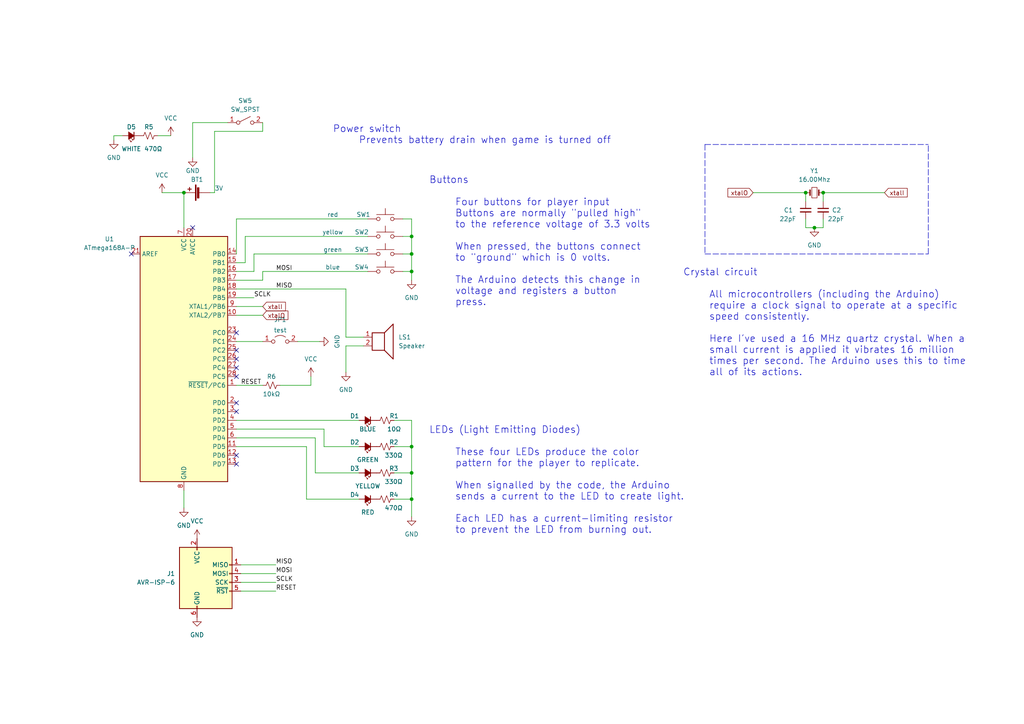
<source format=kicad_sch>
(kicad_sch (version 20211123) (generator eeschema)
  (paper "A4")
  (title_block (title "Simon Game") (date "2022-03-24") (company "by MIke Fischthal"))
  (lib_symbols
    (symbol "Connector:AVR-ISP-6" (pin_names (offset 1.016))
      (property "Reference" "J" (at -6.35 11.43 0))
      (property "Value" "AVR-ISP-6" (at 0 11.43 0))
      (symbol "AVR-ISP-6_0_1"
        (rectangle (start -2.667 -6.858) (end -2.413 -7.62))
        (rectangle (start -2.667 10.16) (end -2.413 9.398))
        (rectangle (start 7.62 -2.413) (end 6.858 -2.667))
        (rectangle (start 7.62 0.127) (end 6.858 -0.127))
        (rectangle (start 7.62 2.667) (end 6.858 2.413))
        (rectangle (start 7.62 5.207) (end 6.858 4.953))
        (rectangle (start 7.62 10.16) (end -7.62 -7.62) (stroke (width 0.254)) (fill (type background)))
      )
      (symbol "AVR-ISP-6_1_1"
        (pin passive line (at 10.16 5.08 180) (length 2.54) (name "MISO") (number "1"))
        (pin passive line (at -2.54 12.7 270) (length 2.54) (name "VCC") (number "2"))
        (pin passive line (at 10.16 0 180) (length 2.54) (name "SCK") (number "3"))
        (pin passive line (at 10.16 2.54 180) (length 2.54) (name "MOSI") (number "4"))
        (pin passive line (at 10.16 -2.54 180) (length 2.54) (name "~{RST}") (number "5"))
        (pin passive line (at -2.54 -10.16 90) (length 2.54) (name "GND") (number "6"))
      )
    )
    (symbol "Device:Battery_Cell" (pin_numbers hide) (pin_names (offset 0) hide)
      (property "Reference" "BT" (at 2.54 2.54 0))
      (property "Value" "Battery_Cell" (at 2.54 0 0))
      (symbol "Battery_Cell_0_1"
        (rectangle (start -2.286 1.778) (end 2.286 1.524) (fill (type outline)))
        (rectangle (start -1.5748 1.1938) (end 1.4732 0.6858) (fill (type outline)))
        (polyline (pts (xy 0 0.762) (xy 0 0)))
        (polyline (pts (xy 0 1.778) (xy 0 2.54)))
        (polyline (pts (xy 0.508 3.429) (xy 1.524 3.429)) (stroke (width 0.254)))
        (polyline (pts (xy 1.016 3.937) (xy 1.016 2.921)) (stroke (width 0.254)))
      )
      (symbol "Battery_Cell_1_1"
        (pin passive line (at 0 5.08 270) (length 2.54) (name "+") (number "1"))
        (pin passive line (at 0 -2.54 90) (length 2.54) (name "-") (number "2"))
      )
    )
    (symbol "Device:C_Small" (pin_numbers hide) (pin_names (offset 0.254) hide)
      (property "Reference" "C" (at 0.254 1.778 0))
      (property "Value" "C_Small" (at 0.254 -2.032 0))
      (symbol "C_Small_0_1"
        (polyline (pts (xy -1.524 -0.508) (xy 1.524 -0.508)) (stroke (width 0.3302)))
        (polyline (pts (xy -1.524 0.508) (xy 1.524 0.508)) (stroke (width 0.3048)))
      )
      (symbol "C_Small_1_1"
        (pin passive line (at 0 2.54 270) (length 2.032) (name "~") (number "1"))
        (pin passive line (at 0 -2.54 90) (length 2.032) (name "~") (number "2"))
      )
    )
    (symbol "Device:Crystal_Small" (pin_numbers hide) (pin_names (offset 1.016) hide)
      (property "Reference" "Y" (at 0 2.54 0))
      (property "Value" "Crystal_Small" (at 0 -2.54 0))
      (symbol "Crystal_Small_0_1"
        (rectangle (start -0.762 -1.524) (end 0.762 1.524))
        (polyline (pts (xy -1.27 -0.762) (xy -1.27 0.762)) (stroke (width 0.381)))
        (polyline (pts (xy 1.27 -0.762) (xy 1.27 0.762)) (stroke (width 0.381)))
      )
      (symbol "Crystal_Small_1_1"
        (pin passive line (at -2.54 0 0) (length 1.27) (name "1") (number "1"))
        (pin passive line (at 2.54 0 180) (length 1.27) (name "2") (number "2"))
      )
    )
    (symbol "Device:LED_Small_Filled" (pin_numbers hide) (pin_names (offset 0.254) hide)
      (property "Reference" "D" (at -1.27 3.175 0))
      (property "Value" "LED_Small_Filled" (at -4.445 -2.54 0))
      (symbol "LED_Small_Filled_0_1"
        (polyline (pts (xy -0.762 -1.016) (xy -0.762 1.016)) (stroke (width 0.254)))
        (polyline (pts (xy 1.016 0) (xy -0.762 0)))
        (polyline (pts (xy 0.762 -1.016) (xy -0.762 0) (xy 0.762 1.016) (xy 0.762 -1.016)) (stroke (width 0.254)) (fill (type outline)))
        (polyline (pts (xy 0 0.762) (xy -0.508 1.27) (xy -0.254 1.27) (xy -0.508 1.27) (xy -0.508 1.016)))
        (polyline (pts (xy 0.508 1.27) (xy 0 1.778) (xy 0.254 1.778) (xy 0 1.778) (xy 0 1.524)))
      )
      (symbol "LED_Small_Filled_1_1"
        (pin passive line (at -2.54 0 0) (length 1.778) (name "K") (number "1"))
        (pin passive line (at 2.54 0 180) (length 1.778) (name "A") (number "2"))
      )
    )
    (symbol "Device:R_Small_US" (pin_numbers hide) (pin_names (offset 0.254) hide)
      (property "Reference" "R" (at 0.762 0.508 0))
      (property "Value" "R_Small_US" (at 0.762 -1.016 0))
      (symbol "R_Small_US_1_1"
        (polyline (pts (xy 0 0) (xy 1.016 -0.381) (xy 0 -0.762) (xy -1.016 -1.143) (xy 0 -1.524)))
        (polyline (pts (xy 0 1.524) (xy 1.016 1.143) (xy 0 0.762) (xy -1.016 0.381) (xy 0 0)))
        (pin passive line (at 0 2.54 270) (length 1.016) (name "~") (number "1"))
        (pin passive line (at 0 -2.54 90) (length 1.016) (name "~") (number "2"))
      )
    )
    (symbol "Device:Speaker" (pin_names (offset 0) hide)
      (property "Reference" "LS" (at 1.27 5.715 0))
      (property "Value" "Speaker" (at 1.27 3.81 0))
      (symbol "Speaker_0_0"
        (rectangle (start -2.54 1.27) (end 1.016 -3.81) (stroke (width 0.254)))
        (polyline (pts (xy 1.016 1.27) (xy 3.556 3.81) (xy 3.556 -6.35) (xy 1.016 -3.81)) (stroke (width 0.254)))
      )
      (symbol "Speaker_1_1"
        (pin input line (at -5.08 0 0) (length 2.54) (name "1") (number "1"))
        (pin input line (at -5.08 -2.54 0) (length 2.54) (name "2") (number "2"))
      )
    )
    (symbol "Jumper:Jumper_2_Open" (pin_names (offset 0) hide)
      (property "Reference" "JP" (at 0 2.794 0))
      (property "Value" "Jumper_2_Open" (at 0 -2.286 0))
      (symbol "Jumper_2_Open_0_0"
        (circle (center -2.032 0) (radius 0.508))
        (circle (center 2.032 0) (radius 0.508))
      )
      (symbol "Jumper_2_Open_0_1"
        (arc (start 1.524 1.27) (mid 0 1.778) (end -1.524 1.27))
      )
      (symbol "Jumper_2_Open_1_1"
        (pin passive line (at -5.08 0 0) (length 2.54) (name "A") (number "1"))
        (pin passive line (at 5.08 0 180) (length 2.54) (name "B") (number "2"))
      )
    )
    (symbol "MCU_Microchip_ATmega:ATmega168A-P"
      (property "Reference" "U" (at -12.7 36.83 0))
      (property "Value" "ATmega168A-P" (at 2.54 -36.83 0))
      (symbol "ATmega168A-P_0_1"
        (rectangle (start -12.7 -35.56) (end 12.7 35.56) (stroke (width 0.254)) (fill (type background)))
      )
      (symbol "ATmega168A-P_1_1"
        (pin bidirectional line (at 15.24 -7.62 180) (length 2.54) (name "~{RESET}/PC6") (number "1"))
        (pin bidirectional line (at 15.24 12.7 180) (length 2.54) (name "XTAL2/PB7") (number "10"))
        (pin bidirectional line (at 15.24 -25.4 180) (length 2.54) (name "PD5") (number "11"))
        (pin bidirectional line (at 15.24 -27.94 180) (length 2.54) (name "PD6") (number "12"))
        (pin bidirectional line (at 15.24 -30.48 180) (length 2.54) (name "PD7") (number "13"))
        (pin bidirectional line (at 15.24 30.48 180) (length 2.54) (name "PB0") (number "14"))
        (pin bidirectional line (at 15.24 27.94 180) (length 2.54) (name "PB1") (number "15"))
        (pin bidirectional line (at 15.24 25.4 180) (length 2.54) (name "PB2") (number "16"))
        (pin bidirectional line (at 15.24 22.86 180) (length 2.54) (name "PB3") (number "17"))
        (pin bidirectional line (at 15.24 20.32 180) (length 2.54) (name "PB4") (number "18"))
        (pin bidirectional line (at 15.24 17.78 180) (length 2.54) (name "PB5") (number "19"))
        (pin bidirectional line (at 15.24 -12.7 180) (length 2.54) (name "PD0") (number "2"))
        (pin power_in line (at 2.54 38.1 270) (length 2.54) (name "AVCC") (number "20"))
        (pin passive line (at -15.24 30.48 0) (length 2.54) (name "AREF") (number "21"))
        (pin passive line (at 0 -38.1 90) (length 2.54) hide (name "GND") (number "22"))
        (pin bidirectional line (at 15.24 7.62 180) (length 2.54) (name "PC0") (number "23"))
        (pin bidirectional line (at 15.24 5.08 180) (length 2.54) (name "PC1") (number "24"))
        (pin bidirectional line (at 15.24 2.54 180) (length 2.54) (name "PC2") (number "25"))
        (pin bidirectional line (at 15.24 0 180) (length 2.54) (name "PC3") (number "26"))
        (pin bidirectional line (at 15.24 -2.54 180) (length 2.54) (name "PC4") (number "27"))
        (pin bidirectional line (at 15.24 -5.08 180) (length 2.54) (name "PC5") (number "28"))
        (pin bidirectional line (at 15.24 -15.24 180) (length 2.54) (name "PD1") (number "3"))
        (pin bidirectional line (at 15.24 -17.78 180) (length 2.54) (name "PD2") (number "4"))
        (pin bidirectional line (at 15.24 -20.32 180) (length 2.54) (name "PD3") (number "5"))
        (pin bidirectional line (at 15.24 -22.86 180) (length 2.54) (name "PD4") (number "6"))
        (pin power_in line (at 0 38.1 270) (length 2.54) (name "VCC") (number "7"))
        (pin power_in line (at 0 -38.1 90) (length 2.54) (name "GND") (number "8"))
        (pin bidirectional line (at 15.24 15.24 180) (length 2.54) (name "XTAL1/PB6") (number "9"))
      )
    )
    (symbol "SW_Push_1" (pin_numbers hide) (pin_names (offset 1.016) hide)
      (property "Reference" "SW1" (at -6.35 1.27 0))
      (property "Value" "SW_Push_1" (at -15.24 1.27 0))
      (symbol "SW_Push_1_0_1"
        (circle (center -2.032 0) (radius 0.508))
        (polyline (pts (xy 0 1.27) (xy 0 3.048)))
        (polyline (pts (xy 2.54 1.27) (xy -2.54 1.27)))
        (circle (center 2.032 0) (radius 0.508))
        (pin passive line (at -5.08 0 0) (length 2.54) (name "1") (number "1"))
        (pin passive line (at 5.08 0 180) (length 2.54) (name "2") (number "4"))
      )
    )
    (symbol "SW_Push_2" (pin_numbers hide) (pin_names (offset 1.016) hide)
      (property "Reference" "SW2" (at -8.89 1.27 0))
      (property "Value" "SW_Push_2" (at -15.24 -3.81 0))
      (symbol "SW_Push_2_0_1"
        (circle (center -2.032 0) (radius 0.508))
        (polyline (pts (xy 0 1.27) (xy 0 3.048)))
        (polyline (pts (xy 2.54 1.27) (xy -2.54 1.27)))
        (circle (center 2.032 0) (radius 0.508))
        (pin passive line (at -5.08 0 0) (length 2.54) (name "1") (number "1"))
        (pin passive line (at 5.08 0 180) (length 2.54) (name "2") (number "4"))
      )
    )
    (symbol "SW_Push_3" (pin_numbers hide) (pin_names (offset 1.016) hide)
      (property "Reference" "SW3" (at -8.89 1.27 0))
      (property "Value" "SW_Push_3" (at -15.24 6.35 0))
      (symbol "SW_Push_3_0_1"
        (circle (center -2.032 0) (radius 0.508))
        (polyline (pts (xy 0 1.27) (xy 0 3.048)))
        (polyline (pts (xy 2.54 1.27) (xy -2.54 1.27)))
        (circle (center 2.032 0) (radius 0.508))
        (pin passive line (at -5.08 0 0) (length 2.54) (name "1") (number "1"))
        (pin passive line (at 5.08 0 180) (length 2.54) (name "2") (number "4"))
      )
    )
    (symbol "Switch:SW_Push" (pin_numbers hide) (pin_names (offset 1.016) hide)
      (property "Reference" "SW4" (at -8.89 1.27 0))
      (property "Value" "blue" (at -15.24 1.27 0))
      (symbol "SW_Push_0_1"
        (circle (center -2.032 0) (radius 0.508))
        (polyline (pts (xy 0 1.27) (xy 0 3.048)))
        (polyline (pts (xy 2.54 1.27) (xy -2.54 1.27)))
        (circle (center 2.032 0) (radius 0.508))
        (pin passive line (at -5.08 0 0) (length 2.54) (name "1") (number "1"))
        (pin passive line (at 5.08 0 180) (length 2.54) (name "2") (number "4"))
      )
    )
    (symbol "Switch:SW_SPST" (pin_names (offset 0) hide)
      (property "Reference" "SW" (at 0 3.175 0))
      (property "Value" "SW_SPST" (at 0 -2.54 0))
      (symbol "SW_SPST_0_0"
        (circle (center -2.032 0) (radius 0.508))
        (polyline (pts (xy -1.524 0.254) (xy 1.524 1.778)))
        (circle (center 2.032 0) (radius 0.508))
      )
      (symbol "SW_SPST_1_1"
        (pin passive line (at -5.08 0 0) (length 2.54) (name "A") (number "1"))
        (pin passive line (at 5.08 0 180) (length 2.54) (name "B") (number "2"))
      )
    )
    (symbol "power:GND" (power) (pin_names (offset 0))
      (property "Value" "GND" (at 0 -3.81 0))
      (symbol "GND_0_1"
        (polyline (pts (xy 0 0) (xy 0 -1.27) (xy 1.27 -1.27) (xy 0 -2.54) (xy -1.27 -1.27) (xy 0 -1.27)))
      )
      (symbol "GND_1_1"
        (pin power_in line (at 0 0 270) (length 0) hide (name "GND") (number "1"))
      )
    )
    (symbol "power:VCC" (power) (pin_names (offset 0))
      (property "Value" "VCC" (at 0 3.81 0))
      (symbol "VCC_0_1"
        (polyline (pts (xy -0.762 1.27) (xy 0 2.54)))
        (polyline (pts (xy 0 0) (xy 0 2.54)))
        (polyline (pts (xy 0 2.54) (xy 0.762 1.27)))
      )
      (symbol "VCC_1_1"
        (pin power_in line (at 0 0 90) (length 0) hide (name "VCC") (number "1"))
      )
    )
  )
  (junction (at 119.38 144.78))
  (junction (at 238.76 55.88))
  (junction (at 233.68 55.88))
  (junction (at 53.34 55.88))
  (junction (at 119.38 137.16))
  (junction (at 119.38 73.66))
  (junction (at 119.38 129.54))
  (junction (at 119.38 78.74))
  (junction (at 236.22 66.04))
  (junction (at 119.38 68.58))
  (no_connect (at 68.58 132.08))
  (no_connect (at 68.58 104.14))
  (no_connect (at 68.58 106.68))
  (no_connect (at 68.58 109.22))
  (no_connect (at 68.58 116.84))
  (no_connect (at 68.58 119.38))
  (no_connect (at 68.58 134.62))
  (no_connect (at 55.88 66.04))
  (no_connect (at 68.58 96.52))
  (no_connect (at 38.1 73.66))
  (no_connect (at 68.58 101.6))
  (wire (pts (xy 68.58 111.76) (xy 76.2 111.76)))
  (wire (pts (xy 93.98 124.46) (xy 93.98 129.54)))
  (wire (pts (xy 68.58 124.46) (xy 93.98 124.46)))
  (wire (pts (xy 91.44 137.16) (xy 104.14 137.16)))
  (wire (pts (xy 233.68 55.88) (xy 233.68 58.42)))
  (wire (pts (xy 116.84 73.66) (xy 119.38 73.66)))
  (wire (pts (xy 91.44 127) (xy 91.44 137.16)))
  (wire (pts (xy 119.38 78.74) (xy 119.38 81.28)))
  (wire (pts (xy 86.36 99.06) (xy 92.71 99.06)))
  (wire (pts (xy 73.66 73.66) (xy 73.66 78.74)))
  (wire (pts (xy 69.85 166.37) (xy 80.01 166.37)))
  (polyline (pts (xy 204.47 41.91) (xy 204.47 73.66)))
  (wire (pts (xy 53.34 55.88) (xy 53.34 66.04)))
  (wire (pts (xy 71.12 68.58) (xy 71.12 76.2)))
  (wire (pts (xy 46.99 55.88) (xy 53.34 55.88)))
  (wire (pts (xy 119.38 68.58) (xy 119.38 73.66)))
  (wire (pts (xy 106.68 63.5) (xy 68.58 63.5)))
  (wire (pts (xy 116.84 68.58) (xy 119.38 68.58)))
  (wire (pts (xy 53.34 142.24) (xy 53.34 147.32)))
  (wire (pts (xy 69.85 171.45) (xy 80.01 171.45)))
  (wire (pts (xy 119.38 137.16) (xy 119.38 144.78)))
  (wire (pts (xy 68.58 121.92) (xy 104.14 121.92)))
  (wire (pts (xy 68.58 88.9) (xy 76.2 88.9)))
  (wire (pts (xy 119.38 121.92) (xy 119.38 129.54)))
  (wire (pts (xy 119.38 144.78) (xy 119.38 149.86)))
  (wire (pts (xy 69.85 168.91) (xy 80.01 168.91)))
  (wire (pts (xy 233.68 55.88) (xy 218.44 55.88)))
  (wire (pts (xy 76.2 78.74) (xy 76.2 81.28)))
  (wire (pts (xy 114.3 129.54) (xy 119.38 129.54)))
  (wire (pts (xy 60.96 55.88) (xy 62.23 55.88)))
  (polyline (pts (xy 204.47 73.66) (xy 269.24 73.66)))
  (polyline (pts (xy 269.24 73.66) (xy 269.24 41.91)))
  (wire (pts (xy 81.28 111.76) (xy 90.17 111.76)))
  (wire (pts (xy 62.23 38.1) (xy 76.2 38.1)))
  (wire (pts (xy 236.22 66.04) (xy 238.76 66.04)))
  (wire (pts (xy 68.58 129.54) (xy 88.9 129.54)))
  (wire (pts (xy 233.68 63.5) (xy 233.68 66.04)))
  (wire (pts (xy 106.68 78.74) (xy 76.2 78.74)))
  (wire (pts (xy 88.9 129.54) (xy 88.9 144.78)))
  (wire (pts (xy 238.76 55.88) (xy 238.76 58.42)))
  (wire (pts (xy 100.33 83.82) (xy 100.33 97.79)))
  (wire (pts (xy 238.76 63.5) (xy 238.76 66.04)))
  (wire (pts (xy 73.66 78.74) (xy 68.58 78.74)))
  (wire (pts (xy 69.85 163.83) (xy 80.01 163.83)))
  (wire (pts (xy 119.38 129.54) (xy 119.38 137.16)))
  (wire (pts (xy 114.3 137.16) (xy 119.38 137.16)))
  (wire (pts (xy 62.23 38.1) (xy 62.23 55.88)))
  (wire (pts (xy 68.58 99.06) (xy 76.2 99.06)))
  (wire (pts (xy 100.33 97.79) (xy 105.41 97.79)))
  (wire (pts (xy 88.9 144.78) (xy 104.14 144.78)))
  (wire (pts (xy 93.98 129.54) (xy 104.14 129.54)))
  (wire (pts (xy 116.84 63.5) (xy 119.38 63.5)))
  (wire (pts (xy 90.17 109.22) (xy 90.17 111.76)))
  (wire (pts (xy 119.38 73.66) (xy 119.38 78.74)))
  (wire (pts (xy 55.88 35.56) (xy 55.88 45.72)))
  (wire (pts (xy 76.2 81.28) (xy 68.58 81.28)))
  (wire (pts (xy 105.41 100.33) (xy 100.33 100.33)))
  (wire (pts (xy 68.58 127) (xy 91.44 127)))
  (wire (pts (xy 66.04 35.56) (xy 55.88 35.56)))
  (wire (pts (xy 76.2 91.44) (xy 68.58 91.44)))
  (wire (pts (xy 114.3 121.92) (xy 119.38 121.92)))
  (wire (pts (xy 106.68 73.66) (xy 73.66 73.66)))
  (wire (pts (xy 106.68 68.58) (xy 71.12 68.58)))
  (polyline (pts (xy 204.47 41.91) (xy 269.24 41.91)))
  (wire (pts (xy 233.68 66.04) (xy 236.22 66.04)))
  (wire (pts (xy 238.76 55.88) (xy 256.54 55.88)))
  (wire (pts (xy 35.56 39.37) (xy 33.02 39.37)))
  (wire (pts (xy 100.33 100.33) (xy 100.33 107.95)))
  (wire (pts (xy 116.84 78.74) (xy 119.38 78.74)))
  (wire (pts (xy 114.3 144.78) (xy 119.38 144.78)))
  (wire (pts (xy 68.58 86.36) (xy 73.66 86.36)))
  (wire (pts (xy 68.58 83.82) (xy 100.33 83.82)))
  (wire (pts (xy 71.12 76.2) (xy 68.58 76.2)))
  (wire (pts (xy 68.58 63.5) (xy 68.58 73.66)))
  (wire (pts (xy 45.72 39.37) (xy 49.53 39.37)))
  (wire (pts (xy 33.02 39.37) (xy 33.02 40.64)))
  (wire (pts (xy 119.38 63.5) (xy 119.38 68.58)))
  (wire (pts (xy 76.2 35.56) (xy 76.2 38.1)))
  (text "Buttons\n\n	Four buttons for player input\n	Buttons are normally \"pulled high\"\n	to the reference voltage of 3.3 volts\n\n	When pressed, the buttons connect\n	to \"ground\" which is 0 volts.\n\n	The Arduino detects this change in \n	voltage and registers a button\n	press." (at 124.46 88.9 0) (effects (font (size 2 2)) (justify left bottom)))
  (text "LEDs (Light Emitting Diodes)\n\n	These four LEDs produce the color\n	pattern for the player to replicate.\n	\n	When signalled by the code, the Arduino\n	sends a current to the LED to create light.\n\n	Each LED has a current-limiting resistor\n	to prevent the LED from burning out." (at 124.46 154.94 0) (effects (font (size 2 2)) (justify left bottom)))
  (text "Power switch\n	Prevents battery drain when game is turned off" (at 96.52 41.91 0) (effects (font (size 2 2)) (justify left bottom)))
  (text "Crystal circuit\n	\n	All microcontrollers (including the Arduino)\n	require a clock signal to operate at a specific\n	speed consistently. \n\n	Here I've used a 16 MHz quartz crystal. When a \n	small current is applied it vibrates 16 million \n	times per second. The Arduino uses this to time \n	all of its actions." (at 198.12 109.22 0) (effects (font (size 2 2)) (justify left bottom)))
  (label "MISO" (at 80.01 163.83 0))
  (label "MOSI" (at 80.01 78.74 0))
  (label "SCLK" (at 73.66 86.36 0))
  (label "MOSI" (at 80.01 166.37 0))
  (label "SCLK" (at 80.01 168.91 0))
  (label "RESET" (at 80.01 171.45 0))
  (label "RESET" (at 69.85 111.76 0))
  (label "MISO" (at 80.01 83.82 0))
  (global_label "xtalO" (shape input) (at 218.44 55.88 180) (property "Intersheet References" "${INTERSHEET_REFS}" (effects hide)))
  (global_label "xtalO" (shape input) (at 76.2 91.44 0) (property "Intersheet References" "${INTERSHEET_REFS}" (effects hide)))
  (global_label "xtalI" (shape input) (at 76.2 88.9 0) (property "Intersheet References" "${INTERSHEET_REFS}" (effects hide)))
  (global_label "xtalI" (shape input) (at 256.54 55.88 0) (property "Intersheet References" "${INTERSHEET_REFS}" (effects hide)))
  (symbol (lib_id "Device:Crystal_Small") (at 236.22 55.88 0) (unit 1)
    (property "Reference" "Y1" (at 236.22 49.53 0))
    (property "Value" "16.00Mhz" (at 236.22 52.07 0))
    (property "Footprint" "Crystal:Crystal_HC52-6mm_Vertical" (effects hide))
  )
  (symbol (lib_name "SW_Push_3") (lib_id "Switch:SW_Push") (at 111.76 73.66 0) (unit 1)
    (property "Reference" "SW3" (at 102.87 72.39 0) (effects (justify left)))
    (property "Value" "green" (at 96.52 72.39 0))
    (property "Footprint" "Button_Switch_THT:SW_PUSH_6mm" (effects hide))
  )
  (symbol (lib_id "Connector:AVR-ISP-6") (at 59.69 168.91 0) (unit 1)
    (property "Reference" "J1" (at 50.8 166.3699 0) (effects (justify right)))
    (property "Value" "AVR-ISP-6" (at 50.8 168.9099 0) (effects (justify right)))
    (property "Footprint" "Connector_IDC:IDC-Header_2x03_P2.54mm_Vertical" (effects hide))
    (property "Datasheet" " ~" (effects hide))
  )
  (symbol (lib_id "Device:LED_Small_Filled") (at 106.68 129.54 180) (unit 1)
    (property "Reference" "D2" (at 102.87 128.27 0))
    (property "Value" "GREEN" (at 106.68 133.35 0))
    (property "Footprint" "LED_THT:LED_D5.0mm" (effects hide))
  )
  (symbol (lib_id "Device:LED_Small_Filled") (at 106.68 144.78 180) (unit 1)
    (property "Reference" "D4" (at 102.87 143.51 0))
    (property "Value" "RED" (at 106.68 148.59 0))
    (property "Footprint" "LED_THT:LED_D5.0mm" (effects hide))
  )
  (symbol (lib_id "Device:C_Small") (at 233.68 60.96 0) (unit 1)
    (property "Reference" "C1" (at 227.33 60.96 0) (effects (justify left)))
    (property "Value" "22pF" (at 226.06 63.5 0) (effects (justify left)))
    (property "Footprint" "Capacitor_THT:C_Disc_D7.5mm_W5.0mm_P5.00mm" (effects hide))
  )
  (symbol (lib_id "power:VCC") (at 46.99 55.88 0) (unit 1)
    (property "Reference" "#PWR02" (effects hide))
    (property "Value" "VCC" (at 46.99 50.8 0))
  )
  (symbol (lib_id "Device:LED_Small_Filled") (at 106.68 137.16 180) (unit 1)
    (property "Reference" "D3" (at 102.87 135.89 0))
    (property "Value" "YELLOW" (at 106.68 140.97 0))
    (property "Footprint" "LED_THT:LED_D5.0mm" (effects hide))
  )
  (symbol (lib_id "power:VCC") (at 57.15 156.21 0) (unit 1)
    (property "Reference" "#PWR06" (effects hide))
    (property "Value" "VCC" (at 57.15 151.13 0))
  )
  (symbol (lib_id "power:GND") (at 100.33 107.95 0) (unit 1)
    (property "Reference" "#PWR010" (effects hide))
    (property "Value" "GND" (at 100.33 113.03 0))
  )
  (symbol (lib_id "Jumper:Jumper_2_Open") (at 81.28 99.06 0) (unit 1)
    (property "Reference" "JP1" (at 81.28 92.71 0))
    (property "Value" "test" (at 81.28 95.758 0))
    (property "Footprint" "Connector_PinHeader_2.54mm:PinHeader_1x02_P2.54mm_Vertical" (effects hide))
  )
  (symbol (lib_id "power:GND") (at 119.38 149.86 0) (unit 1)
    (property "Reference" "#PWR012" (effects hide))
    (property "Value" "GND" (at 119.38 154.94 0))
  )
  (symbol (lib_id "power:GND") (at 33.02 40.64 0) (unit 1)
    (property "Reference" "#PWR01" (effects hide))
    (property "Value" "GND" (at 33.02 45.72 0))
  )
  (symbol (lib_id "Device:LED_Small_Filled") (at 38.1 39.37 180) (unit 1)
    (property "Reference" "D5" (at 38.1 36.83 0))
    (property "Value" "WHITE" (at 38.1 43.18 0))
    (property "Footprint" "LED_THT:LED_D5.0mm" (effects hide))
  )
  (symbol (lib_id "Switch:SW_SPST") (at 71.12 35.56 0) (unit 1)
    (property "Reference" "SW5" (at 71.12 29.21 0))
    (property "Value" "SW_SPST" (at 71.12 31.75 0))
    (property "Footprint" "Button_Switch_THT:SW_DIP_SPSTx01_Slide_9.78x4.72mm_W7.62mm_P2.54mm" (effects hide))
  )
  (symbol (lib_id "power:GND") (at 92.71 99.06 90) (unit 1)
    (property "Reference" "#PWR09" (effects hide))
    (property "Value" "GND" (at 97.79 99.06 0))
  )
  (symbol (lib_id "Device:R_Small_US") (at 111.76 144.78 90) (unit 1)
    (property "Reference" "R4" (at 115.57 143.51 90) (effects (justify left)))
    (property "Value" "470Ω" (at 116.84 147.32 90) (effects (justify left)))
    (property "Footprint" "Resistor_THT:R_Axial_DIN0207_L6.3mm_D2.5mm_P10.16mm_Horizontal" (effects hide))
  )
  (symbol (lib_id "power:GND") (at 57.15 179.07 0) (unit 1)
    (property "Reference" "#PWR07" (effects hide))
    (property "Value" "GND" (at 57.15 184.15 0))
  )
  (symbol (lib_id "power:GND") (at 236.22 66.04 0) (unit 1)
    (property "Reference" "#PWR013" (effects hide))
    (property "Value" "GND" (at 236.22 71.12 0))
  )
  (symbol (lib_id "Device:R_Small_US") (at 43.18 39.37 270) (unit 1)
    (property "Reference" "R5" (at 43.18 36.83 90))
    (property "Value" "470Ω" (at 44.45 43.18 90))
    (property "Footprint" "Resistor_THT:R_Axial_DIN0207_L6.3mm_D2.5mm_P10.16mm_Horizontal" (effects hide))
  )
  (symbol (lib_id "Device:Speaker") (at 110.49 97.79 0) (unit 1)
    (property "Reference" "LS1" (at 115.57 97.7899 0) (effects (justify left)))
    (property "Value" "Speaker" (at 115.57 100.3299 0) (effects (justify left)))
    (property "Footprint" "SamacSys_Parts:CPT111783SMTTR" (effects hide))
  )
  (symbol (lib_id "power:VCC") (at 49.53 39.37 0) (unit 1)
    (property "Reference" "#PWR03" (effects hide))
    (property "Value" "VCC" (at 49.53 34.29 0))
  )
  (symbol (lib_id "Device:R_Small_US") (at 78.74 111.76 270) (unit 1)
    (property "Reference" "R6" (at 78.74 109.22 90))
    (property "Value" "10kΩ" (at 78.74 114.3 90))
    (property "Footprint" "Resistor_THT:R_Axial_DIN0207_L6.3mm_D2.5mm_P10.16mm_Horizontal" (effects hide))
  )
  (symbol (lib_id "Device:R_Small_US") (at 111.76 137.16 90) (unit 1)
    (property "Reference" "R3" (at 115.57 135.89 90) (effects (justify left)))
    (property "Value" "330Ω" (at 116.84 139.7 90) (effects (justify left)))
    (property "Footprint" "Resistor_THT:R_Axial_DIN0207_L6.3mm_D2.5mm_P10.16mm_Horizontal" (effects hide))
  )
  (symbol (lib_id "power:GND") (at 53.34 147.32 0) (unit 1)
    (property "Reference" "#PWR04" (effects hide))
    (property "Value" "GND" (at 53.34 152.4 0))
  )
  (symbol (lib_id "Device:C_Small") (at 238.76 60.96 0) (unit 1)
    (property "Reference" "C2" (at 241.3 60.96 0) (effects (justify left)))
    (property "Value" "22pF" (at 240.03 63.5 0) (effects (justify left)))
    (property "Footprint" "Capacitor_THT:C_Disc_D7.5mm_W5.0mm_P5.00mm" (effects hide))
  )
  (symbol (lib_id "Device:R_Small_US") (at 111.76 129.54 90) (unit 1)
    (property "Reference" "R2" (at 115.57 128.27 90) (effects (justify left)))
    (property "Value" "330Ω" (at 116.84 132.08 90) (effects (justify left)))
    (property "Footprint" "Resistor_THT:R_Axial_DIN0207_L6.3mm_D2.5mm_P10.16mm_Horizontal" (effects hide))
  )
  (symbol (lib_id "Device:LED_Small_Filled") (at 106.68 121.92 180) (unit 1)
    (property "Reference" "D1" (at 102.87 120.65 0))
    (property "Value" "BLUE" (at 106.68 124.46 0))
    (property "Footprint" "LED_THT:LED_D5.0mm" (effects hide))
  )
  (symbol (lib_id "Device:Battery_Cell") (at 58.42 55.88 90) (unit 1)
    (property "Reference" "BT1" (at 57.15 52.07 90))
    (property "Value" "3V" (at 63.5 54.61 90))
    (property "Footprint" "SamacSys_Parts:SMTU2032LF" (effects hide))
  )
  (symbol (lib_id "Device:R_Small_US") (at 111.76 121.92 270) (unit 1)
    (property "Reference" "R1" (at 114.3 120.65 90))
    (property "Value" "10Ω" (at 114.3 124.46 90))
    (property "Footprint" "Resistor_THT:R_Axial_DIN0207_L6.3mm_D2.5mm_P10.16mm_Horizontal" (effects hide))
  )
  (symbol (lib_id "power:GND") (at 119.38 81.28 0) (unit 1)
    (property "Reference" "#PWR011" (effects hide))
    (property "Value" "GND" (at 119.38 86.36 0))
  )
  (symbol (lib_id "power:GND") (at 55.88 45.72 0) (unit 1)
    (property "Reference" "#PWR05" (effects hide))
    (property "Value" "GND" (at 55.88 49.53 0))
  )
  (symbol (lib_id "MCU_Microchip_ATmega:ATmega168A-P") (at 53.34 104.14 0) (unit 1)
    (property "Reference" "U1" (at 31.75 69.3293 0))
    (property "Value" "ATmega168A-P" (at 31.75 71.8693 0))
    (property "Footprint" "Package_DIP:DIP-28_W7.62mm" (effects hide))
    (property "Datasheet" "http://ww1.microchip.com/downloads/en/DeviceDoc/ATmega48A_88A_168A-Data-Sheet-40002007A.pdf" (effects hide))
  )
  (symbol (lib_id "power:VCC") (at 90.17 109.22 0) (unit 1)
    (property "Reference" "#PWR08" (effects hide))
    (property "Value" "VCC" (at 90.17 104.14 0))
  )
  (symbol (lib_id "Switch:SW_Push") (at 111.76 78.74 0) (unit 1)
    (property "Reference" "SW4" (at 102.87 77.47 0) (effects (justify left)))
    (property "Value" "blue" (at 96.52 77.47 0))
    (property "Footprint" "Button_Switch_THT:SW_PUSH_6mm" (effects hide))
  )
  (symbol (lib_name "SW_Push_1") (lib_id "Switch:SW_Push") (at 111.76 63.5 0) (unit 1)
    (property "Reference" "SW1" (at 105.41 62.23 0))
    (property "Value" "red" (at 96.52 62.23 0))
    (property "Footprint" "Button_Switch_THT:SW_PUSH_6mm" (effects hide))
  )
  (symbol (lib_name "SW_Push_2") (lib_id "Switch:SW_Push") (at 111.76 68.58 0) (unit 1)
    (property "Reference" "SW2" (at 102.87 67.31 0) (effects (justify left)))
    (property "Value" "yellow" (at 96.52 67.31 0))
    (property "Footprint" "Button_Switch_THT:SW_PUSH_6mm" (effects hide))
  )
)
</source>
